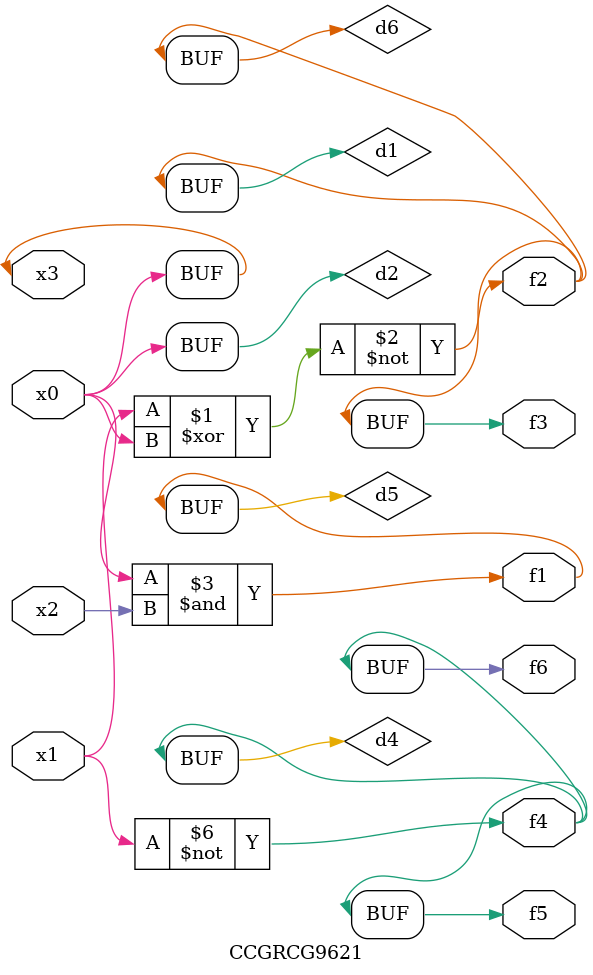
<source format=v>
module CCGRCG9621(
	input x0, x1, x2, x3,
	output f1, f2, f3, f4, f5, f6
);

	wire d1, d2, d3, d4, d5, d6;

	xnor (d1, x1, x3);
	buf (d2, x0, x3);
	nand (d3, x0, x2);
	not (d4, x1);
	nand (d5, d3);
	or (d6, d1);
	assign f1 = d5;
	assign f2 = d6;
	assign f3 = d6;
	assign f4 = d4;
	assign f5 = d4;
	assign f6 = d4;
endmodule

</source>
